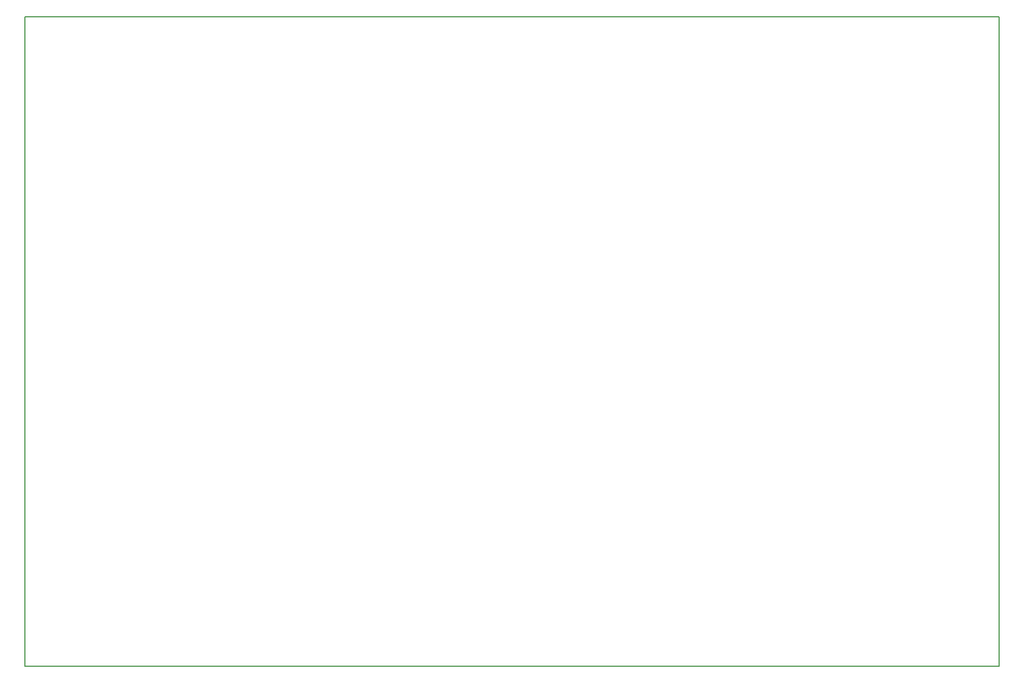
<source format=gko>
G04 Layer_Color=16711935*
%FSLAX44Y44*%
%MOMM*%
G71*
G01*
G75*
%ADD69C,0.2000*%
D69*
X0Y0D02*
X1524000D01*
Y1016000D01*
X0D02*
X1524000D01*
X0Y0D02*
Y1016000D01*
M02*

</source>
